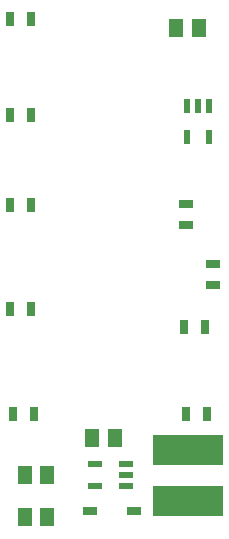
<source format=gtp>
G75*
%MOIN*%
%OFA0B0*%
%FSLAX24Y24*%
%IPPOS*%
%LPD*%
%AMOC8*
5,1,8,0,0,1.08239X$1,22.5*
%
%ADD10R,0.0472X0.0217*%
%ADD11R,0.0315X0.0472*%
%ADD12R,0.0512X0.0591*%
%ADD13R,0.2362X0.0984*%
%ADD14R,0.0472X0.0276*%
%ADD15R,0.0236X0.0472*%
%ADD16R,0.0472X0.0315*%
D10*
X003708Y003943D03*
X003708Y004691D03*
X004732Y004691D03*
X004732Y004317D03*
X004732Y003943D03*
D11*
X006716Y006367D03*
X007424Y006367D03*
X007374Y009267D03*
X006666Y009267D03*
X001674Y006367D03*
X000966Y006367D03*
X000866Y009867D03*
X001574Y009867D03*
X001574Y013317D03*
X000866Y013317D03*
X000866Y016317D03*
X001574Y016317D03*
X001574Y019517D03*
X000866Y019517D03*
D12*
X001346Y002917D03*
X002094Y002917D03*
X002094Y004317D03*
X001346Y004317D03*
X003596Y005567D03*
X004344Y005567D03*
X006396Y019217D03*
X007144Y019217D03*
D13*
X006789Y005153D03*
X006789Y003460D03*
D14*
X004998Y003117D03*
X003542Y003117D03*
D15*
X006746Y015602D03*
X007494Y015602D03*
X007494Y016631D03*
X007120Y016631D03*
X006746Y016631D03*
D16*
X006720Y013371D03*
X006720Y012662D03*
X007620Y011371D03*
X007620Y010662D03*
M02*

</source>
